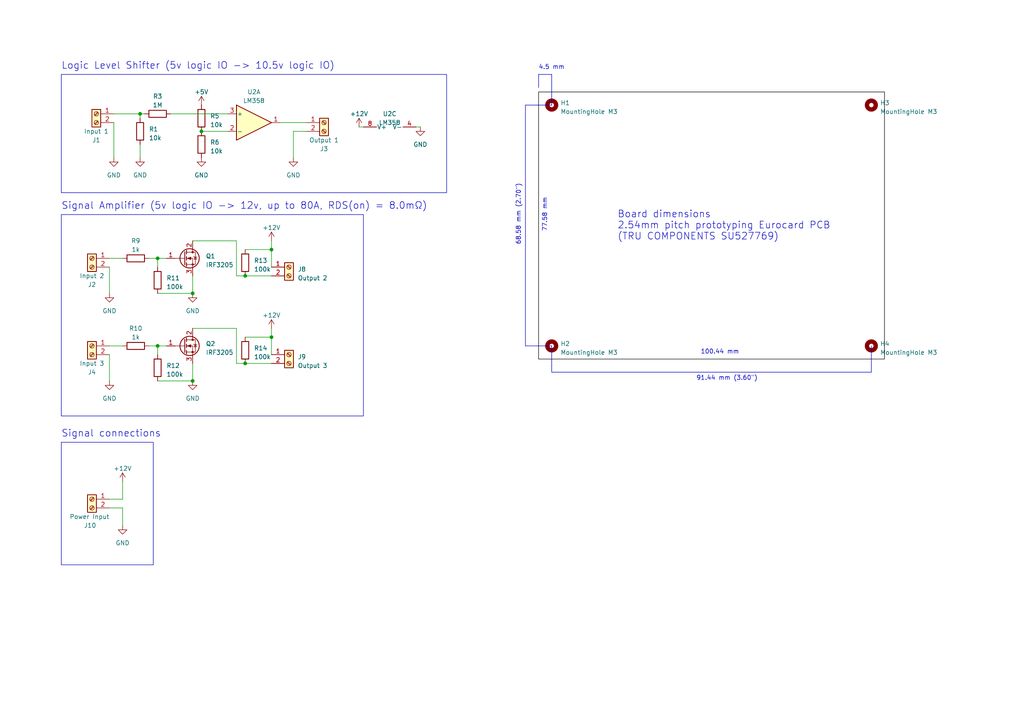
<source format=kicad_sch>
(kicad_sch (version 20230121) (generator eeschema)
  (paper "A4")
  (title_block (title "Solar Simulator Light Control - custom board") (date "2023-11-26") (rev "1.0") (company "University of Amsterdam - Noël Research Group"))
  (lib_symbols
    (symbol "Amplifier_Operational:LM358" (pin_names (offset 0.127))
      (property "Reference" "U" (at 0 5.08 0))
      (property "Value" "LM358" (at 0 -5.08 0))
      (symbol "LM358_1_1"
        (polyline (pts (xy -5.08 5.08) (xy 5.08 0) (xy -5.08 -5.08) (xy -5.08 5.08)) (stroke (width 0.254)) (fill (type background)))
        (pin output line (at 7.62 0 180) (length 2.54) (name "~") (number "1"))
        (pin input line (at -7.62 -2.54 0) (length 2.54) (name "-") (number "2"))
        (pin input line (at -7.62 2.54 0) (length 2.54) (name "+") (number "3"))
      )
      (symbol "LM358_2_1"
        (polyline (pts (xy -5.08 5.08) (xy 5.08 0) (xy -5.08 -5.08) (xy -5.08 5.08)) (stroke (width 0.254)) (fill (type background)))
        (pin input line (at -7.62 2.54 0) (length 2.54) (name "+") (number "5"))
        (pin input line (at -7.62 -2.54 0) (length 2.54) (name "-") (number "6"))
        (pin output line (at 7.62 0 180) (length 2.54) (name "~") (number "7"))
      )
      (symbol "LM358_3_1"
        (pin power_in line (at -2.54 -7.62 90) (length 3.81) (name "V-") (number "4"))
        (pin power_in line (at -2.54 7.62 270) (length 3.81) (name "V+") (number "8"))
      )
    )
    (symbol "Connector:Screw_Terminal_01x02" (pin_names (offset 1.016) hide)
      (property "Reference" "J" (at 0 2.54 0))
      (property "Value" "Screw_Terminal_01x02" (at 0 -5.08 0))
      (symbol "Screw_Terminal_01x02_1_1"
        (rectangle (start -1.27 1.27) (end 1.27 -3.81) (stroke (width 0.254)) (fill (type background)))
        (circle (center 0 -2.54) (radius 0.635) (stroke (width 0.1524)))
        (polyline (pts (xy -0.5334 -2.2098) (xy 0.3302 -3.048)) (stroke (width 0.1524)))
        (polyline (pts (xy -0.5334 0.3302) (xy 0.3302 -0.508)) (stroke (width 0.1524)))
        (polyline (pts (xy -0.3556 -2.032) (xy 0.508 -2.8702)) (stroke (width 0.1524)))
        (polyline (pts (xy -0.3556 0.508) (xy 0.508 -0.3302)) (stroke (width 0.1524)))
        (circle (center 0 0) (radius 0.635) (stroke (width 0.1524)))
        (pin passive line (at -5.08 0 0) (length 3.81) (name "Pin_1") (number "1"))
        (pin passive line (at -5.08 -2.54 0) (length 3.81) (name "Pin_2") (number "2"))
      )
    )
    (symbol "Device:R" (pin_numbers hide) (pin_names (offset 0))
      (property "Reference" "R" (at 2.032 0 90))
      (property "Value" "R" (at 0 0 90))
      (symbol "R_0_1"
        (rectangle (start -1.016 -2.54) (end 1.016 2.54) (stroke (width 0.254)))
      )
      (symbol "R_1_1"
        (pin passive line (at 0 3.81 270) (length 1.27) (name "~") (number "1"))
        (pin passive line (at 0 -3.81 90) (length 1.27) (name "~") (number "2"))
      )
    )
    (symbol "Mechanical:MountingHole" (pin_names (offset 1.016))
      (property "Reference" "H" (at 0 5.08 0))
      (property "Value" "MountingHole" (at 0 3.175 0))
      (symbol "MountingHole_0_1"
        (circle (center 0 0) (radius 1.27) (stroke (width 1.27)))
      )
    )
    (symbol "Transistor_FET:IRF3205" (pin_names hide)
      (property "Reference" "Q" (at 6.35 1.905 0))
      (property "Value" "IRF3205" (at 6.35 0 0))
      (symbol "IRF3205_0_1"
        (polyline (pts (xy 0.254 0) (xy -2.54 0)))
        (polyline (pts (xy 0.254 1.905) (xy 0.254 -1.905)) (stroke (width 0.254)))
        (polyline (pts (xy 0.762 -1.27) (xy 0.762 -2.286)) (stroke (width 0.254)))
        (polyline (pts (xy 0.762 0.508) (xy 0.762 -0.508)) (stroke (width 0.254)))
        (polyline (pts (xy 0.762 2.286) (xy 0.762 1.27)) (stroke (width 0.254)))
        (polyline (pts (xy 2.54 2.54) (xy 2.54 1.778)))
        (polyline (pts (xy 2.54 -2.54) (xy 2.54 0) (xy 0.762 0)))
        (polyline (pts (xy 0.762 -1.778) (xy 3.302 -1.778) (xy 3.302 1.778) (xy 0.762 1.778)))
        (polyline (pts (xy 1.016 0) (xy 2.032 0.381) (xy 2.032 -0.381) (xy 1.016 0)) (fill (type outline)))
        (polyline (pts (xy 2.794 0.508) (xy 2.921 0.381) (xy 3.683 0.381) (xy 3.81 0.254)))
        (polyline (pts (xy 3.302 0.381) (xy 2.921 -0.254) (xy 3.683 -0.254) (xy 3.302 0.381)))
        (circle (center 1.651 0) (radius 2.794) (stroke (width 0.254)))
        (circle (center 2.54 -1.778) (radius 0.254) (fill (type outline)))
        (circle (center 2.54 1.778) (radius 0.254) (fill (type outline)))
      )
      (symbol "IRF3205_1_1"
        (pin input line (at -5.08 0 0) (length 2.54) (name "G") (number "1"))
        (pin passive line (at 2.54 5.08 270) (length 2.54) (name "D") (number "2"))
        (pin passive line (at 2.54 -5.08 90) (length 2.54) (name "S") (number "3"))
      )
    )
    (symbol "power:+12V" (power) (pin_names (offset 0))
      (property "Value" "+12V" (at 0 3.556 0))
      (symbol "+12V_0_1"
        (polyline (pts (xy -0.762 1.27) (xy 0 2.54)))
        (polyline (pts (xy 0 0) (xy 0 2.54)))
        (polyline (pts (xy 0 2.54) (xy 0.762 1.27)))
      )
      (symbol "+12V_1_1"
        (pin power_in line (at 0 0 90) (length 0) hide (name "+12V") (number "1"))
      )
    )
    (symbol "power:+5V" (power) (pin_names (offset 0))
      (property "Value" "+5V" (at 0 3.556 0))
      (symbol "+5V_0_1"
        (polyline (pts (xy -0.762 1.27) (xy 0 2.54)))
        (polyline (pts (xy 0 0) (xy 0 2.54)))
        (polyline (pts (xy 0 2.54) (xy 0.762 1.27)))
      )
      (symbol "+5V_1_1"
        (pin power_in line (at 0 0 90) (length 0) hide (name "+5V") (number "1"))
      )
    )
    (symbol "power:GND" (power) (pin_names (offset 0))
      (property "Value" "GND" (at 0 -3.81 0))
      (symbol "GND_0_1"
        (polyline (pts (xy 0 0) (xy 0 -1.27) (xy 1.27 -1.27) (xy 0 -2.54) (xy -1.27 -1.27) (xy 0 -1.27)))
      )
      (symbol "GND_1_1"
        (pin power_in line (at 0 0 270) (length 0) hide (name "GND") (number "1"))
      )
    )
  )
  (junction (at 55.88 110.49))
  (junction (at 71.12 105.41))
  (junction (at 40.64 33.02))
  (junction (at 55.88 85.09))
  (junction (at 71.12 80.01))
  (junction (at 78.74 97.79))
  (junction (at 45.72 100.33))
  (junction (at 45.72 74.93))
  (junction (at 58.42 38.1))
  (junction (at 78.74 72.39))
  (wire (pts (xy 68.58 105.41) (xy 68.58 95.25)))
  (wire (pts (xy 35.56 144.78) (xy 31.75 144.78)))
  (polyline (pts (xy 160.02 30.48) (xy 152.4 30.48)))
  (polyline (pts (xy 160.02 107.95) (xy 252.73 107.95)))
  (wire (pts (xy 40.64 33.02) (xy 40.64 34.29)))
  (wire (pts (xy 45.72 74.93) (xy 45.72 77.47)))
  (wire (pts (xy 45.72 100.33) (xy 48.26 100.33)))
  (wire (pts (xy 45.72 74.93) (xy 48.26 74.93)))
  (wire (pts (xy 71.12 72.39) (xy 78.74 72.39)))
  (wire (pts (xy 78.74 95.25) (xy 78.74 97.79)))
  (wire (pts (xy 43.18 100.33) (xy 45.72 100.33)))
  (wire (pts (xy 78.74 69.85) (xy 78.74 72.39)))
  (wire (pts (xy 31.75 74.93) (xy 35.56 74.93)))
  (wire (pts (xy 68.58 80.01) (xy 71.12 80.01)))
  (wire (pts (xy 35.56 139.7) (xy 35.56 144.78)))
  (wire (pts (xy 81.28 35.56) (xy 88.9 35.56)))
  (wire (pts (xy 31.75 110.49) (xy 31.75 102.87)))
  (wire (pts (xy 35.56 147.32) (xy 31.75 147.32)))
  (wire (pts (xy 58.42 38.1) (xy 66.04 38.1)))
  (wire (pts (xy 85.09 45.72) (xy 85.09 38.1)))
  (wire (pts (xy 68.58 105.41) (xy 71.12 105.41)))
  (wire (pts (xy 71.12 105.41) (xy 78.74 105.41)))
  (polyline (pts (xy 160.02 21.59) (xy 156.21 21.59)))
  (wire (pts (xy 45.72 110.49) (xy 55.88 110.49)))
  (wire (pts (xy 45.72 100.33) (xy 45.72 102.87)))
  (wire (pts (xy 55.88 69.85) (xy 68.58 69.85)))
  (wire (pts (xy 43.18 74.93) (xy 45.72 74.93)))
  (wire (pts (xy 31.75 100.33) (xy 35.56 100.33)))
  (wire (pts (xy 121.92 36.83) (xy 120.65 36.83)))
  (wire (pts (xy 78.74 97.79) (xy 78.74 102.87)))
  (wire (pts (xy 35.56 152.4) (xy 35.56 147.32)))
  (wire (pts (xy 68.58 80.01) (xy 68.58 69.85)))
  (wire (pts (xy 49.53 33.02) (xy 66.04 33.02)))
  (wire (pts (xy 85.09 38.1) (xy 88.9 38.1)))
  (wire (pts (xy 71.12 80.01) (xy 78.74 80.01)))
  (wire (pts (xy 40.64 41.91) (xy 40.64 45.72)))
  (wire (pts (xy 40.64 33.02) (xy 41.91 33.02)))
  (polyline (pts (xy 156.21 21.59) (xy 156.21 25.4)))
  (wire (pts (xy 33.02 33.02) (xy 40.64 33.02)))
  (polyline (pts (xy 152.4 100.33) (xy 160.02 100.33)))
  (wire (pts (xy 104.14 36.83) (xy 105.41 36.83)))
  (wire (pts (xy 55.88 105.41) (xy 55.88 110.49)))
  (wire (pts (xy 68.58 95.25) (xy 55.88 95.25)))
  (polyline (pts (xy 160.02 100.33) (xy 160.02 107.95)))
  (polyline (pts (xy 252.73 100.33) (xy 252.73 107.95)))
  (wire (pts (xy 45.72 85.09) (xy 55.88 85.09)))
  (wire (pts (xy 55.88 80.01) (xy 55.88 85.09)))
  (wire (pts (xy 71.12 97.79) (xy 78.74 97.79)))
  (wire (pts (xy 31.75 85.09) (xy 31.75 77.47)))
  (wire (pts (xy 78.74 72.39) (xy 78.74 77.47)))
  (polyline (pts (xy 152.4 30.48) (xy 152.4 100.33)))
  (wire (pts (xy 33.02 45.72) (xy 33.02 35.56)))
  (polyline (pts (xy 160.02 30.48) (xy 160.02 21.59)))
  (rectangle (start 156.21 26.67) (end 256.54 104.14) (stroke (width 0) (color 0 0 0 1)))
  (rectangle (start 17.78 62.23) (end 105.41 120.65))
  (rectangle (start 17.78 128.27) (end 44.45 163.83))
  (rectangle (start 17.78 21.59) (end 129.54 55.88))
  (text "4.5 mm" (at 156.21 20.32 0) (effects (font (size 1.27 1.27)) (justify left bottom)))
  (text "Signal Amplifier (5v logic IO -> 12v, up to 80A, RDS(on) = 8.0mΩ)" (at 17.78 60.96 0) (effects (font (size 2 2)) (justify left bottom)))
  (text "Board dimensions\n2.54mm pitch prototyping Eurocard PCB \n(TRU COMPONENTS SU527769)" (at 179.07 69.85 0) (effects (font (size 2 2)) (justify left bottom)))
  (text "100.44 mm\n" (at 203.2 102.87 0) (effects (font (size 1.27 1.27)) (justify left bottom)))
  (text "Logic Level Shifter (5v logic IO -> 10.5v logic IO)" (at 17.78 20.32 0) (effects (font (size 2 2)) (justify left bottom)))
  (text "Signal connections" (at 17.78 127 0) (effects (font (size 2 2)) (justify left bottom)))
  (text "68.58 mm (2.70\")" (at 151.13 71.12 90) (effects (font (size 1.27 1.27)) (justify left bottom)))
  (text "91.44 mm (3.60\")" (at 201.93 110.49 0) (effects (font (size 1.27 1.27)) (justify left bottom)))
  (text "77.58 mm" (at 158.75 67.31 90) (effects (font (size 1.27 1.27)) (justify left bottom)))
  (symbol (lib_id "power:GND") (at 33.02 45.72 0) (unit 1)
    (property "Reference" "#PWR01" (effects hide))
    (property "Value" "GND" (at 33.02 50.8 0))
  )
  (symbol (lib_id "power:GND") (at 31.75 85.09 0) (unit 1)
    (property "Reference" "#PWR09" (effects hide))
    (property "Value" "GND" (at 31.75 90.17 0))
  )
  (symbol (lib_id "power:GND") (at 55.88 85.09 0) (unit 1)
    (property "Reference" "#PWR019" (effects hide))
    (property "Value" "GND" (at 55.88 90.17 0))
  )
  (symbol (lib_id "Device:R") (at 71.12 101.6 180) (unit 1)
    (property "Reference" "R14" (at 73.66 100.965 0) (effects (justify right)))
    (property "Value" "100k" (at 73.66 103.505 0) (effects (justify right)))
    (property "Footprint" "Resistor_THT:R_Axial_DIN0204_L3.6mm_D1.6mm_P7.62mm_Horizontal" (effects hide))
  )
  (symbol (lib_id "Connector:Screw_Terminal_01x02") (at 83.82 102.87 0) (unit 1)
    (property "Reference" "J9" (at 86.36 103.505 0) (effects (justify left)))
    (property "Value" "Output 3" (at 86.36 106.045 0) (effects (justify left)))
    (property "Footprint" "TerminalBlock:TerminalBlock_bornier-2_P5.08mm" (effects hide))
  )
  (symbol (lib_id "power:+12V") (at 35.56 139.7 0) (mirror y) (unit 1)
    (property "Reference" "#PWR06" (effects hide))
    (property "Value" "+12V" (at 35.56 135.89 0))
  )
  (symbol (lib_id "power:GND") (at 55.88 110.49 0) (unit 1)
    (property "Reference" "#PWR020" (effects hide))
    (property "Value" "GND" (at 55.88 115.57 0))
  )
  (symbol (lib_id "Device:R") (at 71.12 76.2 180) (unit 1)
    (property "Reference" "R13" (at 73.66 75.565 0) (effects (justify right)))
    (property "Value" "100k" (at 73.66 78.105 0) (effects (justify right)))
    (property "Footprint" "Resistor_THT:R_Axial_DIN0204_L3.6mm_D1.6mm_P7.62mm_Horizontal" (effects hide))
  )
  (symbol (lib_id "Connector:Screw_Terminal_01x02") (at 93.98 35.56 0) (unit 1)
    (property "Reference" "J3" (at 93.98 43.18 0))
    (property "Value" "Output 1" (at 93.98 40.64 0))
    (property "Footprint" "TerminalBlock:TerminalBlock_bornier-2_P5.08mm" (effects hide))
  )
  (symbol (lib_id "Connector:Screw_Terminal_01x02") (at 83.82 77.47 0) (unit 1)
    (property "Reference" "J8" (at 86.36 78.105 0) (effects (justify left)))
    (property "Value" "Output 2" (at 86.36 80.645 0) (effects (justify left)))
    (property "Footprint" "TerminalBlock:TerminalBlock_bornier-2_P5.08mm" (effects hide))
  )
  (symbol (lib_id "Device:R") (at 45.72 81.28 0) (unit 1)
    (property "Reference" "R11" (at 48.26 80.645 0) (effects (justify left)))
    (property "Value" "100k" (at 48.26 83.185 0) (effects (justify left)))
    (property "Footprint" "Resistor_THT:R_Axial_DIN0204_L3.6mm_D1.6mm_P7.62mm_Horizontal" (effects hide))
  )
  (symbol (lib_id "Connector:Screw_Terminal_01x02") (at 26.67 74.93 0) (mirror y) (unit 1)
    (property "Reference" "J2" (at 26.67 82.55 0))
    (property "Value" "Input 2" (at 26.67 80.01 0))
    (property "Footprint" "TerminalBlock:TerminalBlock_bornier-2_P5.08mm" (effects hide))
  )
  (symbol (lib_id "Connector:Screw_Terminal_01x02") (at 26.67 100.33 0) (mirror y) (unit 1)
    (property "Reference" "J4" (at 26.67 107.95 0))
    (property "Value" "Input 3" (at 26.67 105.41 0))
    (property "Footprint" "TerminalBlock:TerminalBlock_bornier-2_P5.08mm" (effects hide))
  )
  (symbol (lib_id "Mechanical:MountingHole") (at 160.02 100.33 0) (unit 1)
    (property "Reference" "H2" (at 162.56 99.695 0) (effects (justify left)))
    (property "Value" "MountingHole M3" (at 162.56 102.235 0) (effects (justify left)))
    (property "Footprint" "MountingHole:MountingHole_3.2mm_M3_DIN965" (effects hide))
  )
  (symbol (lib_id "Device:R") (at 39.37 100.33 90) (unit 1)
    (property "Reference" "R10" (at 39.37 95.25 90))
    (property "Value" "1k" (at 39.37 97.79 90))
    (property "Footprint" "Resistor_THT:R_Axial_DIN0204_L3.6mm_D1.6mm_P7.62mm_Horizontal" (effects hide))
  )
  (symbol (lib_id "Device:R") (at 40.64 38.1 0) (unit 1)
    (property "Reference" "R1" (at 43.18 37.465 0) (effects (justify left)))
    (property "Value" "10k" (at 43.18 40.005 0) (effects (justify left)))
    (property "Footprint" "Resistor_THT:R_Axial_DIN0204_L3.6mm_D1.6mm_P7.62mm_Horizontal" (effects hide))
  )
  (symbol (lib_id "power:GND") (at 58.42 45.72 0) (unit 1)
    (property "Reference" "#PWR08" (effects hide))
    (property "Value" "GND" (at 58.42 50.8 0))
  )
  (symbol (lib_id "power:+12V") (at 78.74 95.25 0) (unit 1)
    (property "Reference" "#PWR05" (effects hide))
    (property "Value" "+12V" (at 78.74 91.44 0))
  )
  (symbol (lib_id "power:+5V") (at 58.42 30.48 0) (unit 1)
    (property "Reference" "#PWR07" (effects hide))
    (property "Value" "+5V" (at 58.42 26.67 0))
  )
  (symbol (lib_id "Amplifier_Operational:LM358") (at 113.03 34.29 90) (unit 3)
    (property "Reference" "U2" (at 113.03 33.02 90))
    (property "Value" "LM358" (at 113.03 35.56 90))
    (property "Footprint" "Package_DIP:DIP-8_W7.62mm_LongPads" (effects hide))
    (property "Datasheet" "http://www.ti.com/lit/ds/symlink/lm2904-n.pdf" (effects hide))
  )
  (symbol (lib_id "power:GND") (at 121.92 36.83 0) (unit 1)
    (property "Reference" "#PWR014" (effects hide))
    (property "Value" "GND" (at 121.92 41.91 0))
  )
  (symbol (lib_id "power:+12V") (at 104.14 36.83 0) (unit 1)
    (property "Reference" "#PWR02" (effects hide))
    (property "Value" "+12V" (at 104.14 33.02 0))
  )
  (symbol (lib_id "Device:R") (at 58.42 34.29 0) (unit 1)
    (property "Reference" "R5" (at 60.96 33.655 0) (effects (justify left)))
    (property "Value" "10k" (at 60.96 36.195 0) (effects (justify left)))
    (property "Footprint" "Resistor_THT:R_Axial_DIN0204_L3.6mm_D1.6mm_P7.62mm_Horizontal" (effects hide))
  )
  (symbol (lib_id "Connector:Screw_Terminal_01x02") (at 27.94 33.02 0) (mirror y) (unit 1)
    (property "Reference" "J1" (at 27.94 40.64 0))
    (property "Value" "Input 1" (at 27.94 38.1 0))
    (property "Footprint" "TerminalBlock:TerminalBlock_bornier-2_P5.08mm" (effects hide))
  )
  (symbol (lib_id "Transistor_FET:IRF3205") (at 53.34 100.33 0) (unit 1)
    (property "Reference" "Q2" (at 59.69 99.695 0) (effects (justify left)))
    (property "Value" "IRF3205" (at 59.69 102.235 0) (effects (justify left)))
    (property "Footprint" "Package_TO_SOT_THT:TO-220-3_Vertical" (effects hide))
    (property "Datasheet" "http://www.irf.com/product-info/datasheets/data/irf3205.pdf" (effects hide))
  )
  (symbol (lib_id "Device:R") (at 58.42 41.91 0) (unit 1)
    (property "Reference" "R6" (at 60.96 41.275 0) (effects (justify left)))
    (property "Value" "10k" (at 60.96 43.815 0) (effects (justify left)))
    (property "Footprint" "Resistor_THT:R_Axial_DIN0204_L3.6mm_D1.6mm_P7.62mm_Horizontal" (effects hide))
  )
  (symbol (lib_id "power:GND") (at 40.64 45.72 0) (unit 1)
    (property "Reference" "#PWR03" (effects hide))
    (property "Value" "GND" (at 40.64 50.8 0))
  )
  (symbol (lib_id "Mechanical:MountingHole") (at 252.73 30.48 0) (unit 1)
    (property "Reference" "H3" (at 255.27 29.845 0) (effects (justify left)))
    (property "Value" "MountingHole M3" (at 255.27 32.385 0) (effects (justify left)))
    (property "Footprint" "MountingHole:MountingHole_3.2mm_M3_DIN965" (effects hide))
  )
  (symbol (lib_id "power:+12V") (at 78.74 69.85 0) (unit 1)
    (property "Reference" "#PWR04" (effects hide))
    (property "Value" "+12V" (at 78.74 66.04 0))
  )
  (symbol (lib_id "Device:R") (at 39.37 74.93 90) (unit 1)
    (property "Reference" "R9" (at 39.37 69.85 90))
    (property "Value" "1k" (at 39.37 72.39 90))
    (property "Footprint" "Resistor_THT:R_Axial_DIN0204_L3.6mm_D1.6mm_P7.62mm_Horizontal" (effects hide))
  )
  (symbol (lib_id "power:GND") (at 85.09 45.72 0) (mirror y) (unit 1)
    (property "Reference" "#PWR015" (effects hide))
    (property "Value" "GND" (at 85.09 50.8 0))
  )
  (symbol (lib_id "power:GND") (at 35.56 152.4 0) (mirror y) (unit 1)
    (property "Reference" "#PWR026" (effects hide))
    (property "Value" "GND" (at 35.56 157.48 0))
  )
  (symbol (lib_id "Device:R") (at 45.72 33.02 90) (unit 1)
    (property "Reference" "R3" (at 45.72 27.94 90))
    (property "Value" "1M" (at 45.72 30.48 90))
    (property "Footprint" "Resistor_THT:R_Axial_DIN0204_L3.6mm_D1.6mm_P7.62mm_Horizontal" (effects hide))
  )
  (symbol (lib_id "Mechanical:MountingHole") (at 160.02 30.48 0) (unit 1)
    (property "Reference" "H1" (at 162.56 29.845 0) (effects (justify left)))
    (property "Value" "MountingHole M3" (at 162.56 32.385 0) (effects (justify left)))
    (property "Footprint" "MountingHole:MountingHole_3.2mm_M3_DIN965" (effects hide))
  )
  (symbol (lib_id "Transistor_FET:IRF3205") (at 53.34 74.93 0) (unit 1)
    (property "Reference" "Q1" (at 59.69 74.295 0) (effects (justify left)))
    (property "Value" "IRF3205" (at 59.69 76.835 0) (effects (justify left)))
    (property "Footprint" "Package_TO_SOT_THT:TO-220-3_Vertical" (effects hide))
    (property "Datasheet" "http://www.irf.com/product-info/datasheets/data/irf3205.pdf" (effects hide))
  )
  (symbol (lib_id "Connector:Screw_Terminal_01x02") (at 26.67 144.78 0) (mirror y) (unit 1)
    (property "Reference" "J10" (at 27.94 152.4 0) (effects (justify left)))
    (property "Value" "Power Input" (at 31.75 149.86 0) (effects (justify left)))
    (property "Footprint" "TerminalBlock:TerminalBlock_bornier-2_P5.08mm" (effects hide))
  )
  (symbol (lib_id "Amplifier_Operational:LM358") (at 73.66 35.56 0) (unit 1)
    (property "Reference" "U2" (at 73.66 26.67 0))
    (property "Value" "LM358" (at 73.66 29.21 0))
    (property "Footprint" "Package_DIP:DIP-8_W7.62mm_LongPads" (effects hide))
    (property "Datasheet" "http://www.ti.com/lit/ds/symlink/lm2904-n.pdf" (effects hide))
  )
  (symbol (lib_id "Device:R") (at 45.72 106.68 0) (unit 1)
    (property "Reference" "R12" (at 48.26 106.045 0) (effects (justify left)))
    (property "Value" "100k" (at 48.26 108.585 0) (effects (justify left)))
    (property "Footprint" "Resistor_THT:R_Axial_DIN0204_L3.6mm_D1.6mm_P7.62mm_Horizontal" (effects hide))
  )
  (symbol (lib_id "power:GND") (at 31.75 110.49 0) (unit 1)
    (property "Reference" "#PWR010" (effects hide))
    (property "Value" "GND" (at 31.75 115.57 0))
  )
  (symbol (lib_id "Mechanical:MountingHole") (at 252.73 100.33 0) (unit 1)
    (property "Reference" "H4" (at 255.27 99.695 0) (effects (justify left)))
    (property "Value" "MountingHole M3" (at 255.27 102.235 0) (effects (justify left)))
    (property "Footprint" "MountingHole:MountingHole_3.2mm_M3_DIN965" (effects hide))
  )
)
</source>
